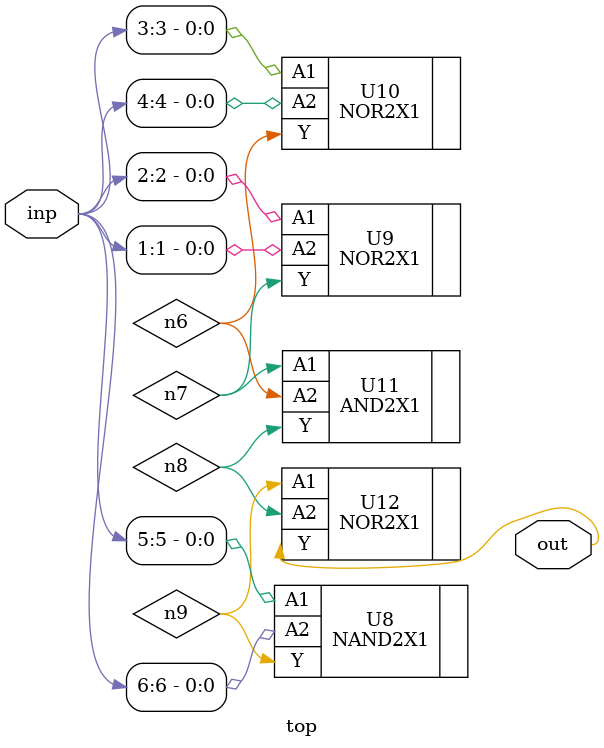
<source format=sv>


module top ( inp, out );
  input [6:0] inp;
  output out;
  wire   n6, n7, n8, n9;

  NAND2X1 U8 ( .A1(inp[5]), .A2(inp[6]), .Y(n9) );
  NOR2X1 U9 ( .A1(inp[2]), .A2(inp[1]), .Y(n7) );
  NOR2X1 U10 ( .A1(inp[3]), .A2(inp[4]), .Y(n6) );
  AND2X1 U11 ( .A1(n7), .A2(n6), .Y(n8) );
  NOR2X1 U12 ( .A1(n9), .A2(n8), .Y(out) );
endmodule


</source>
